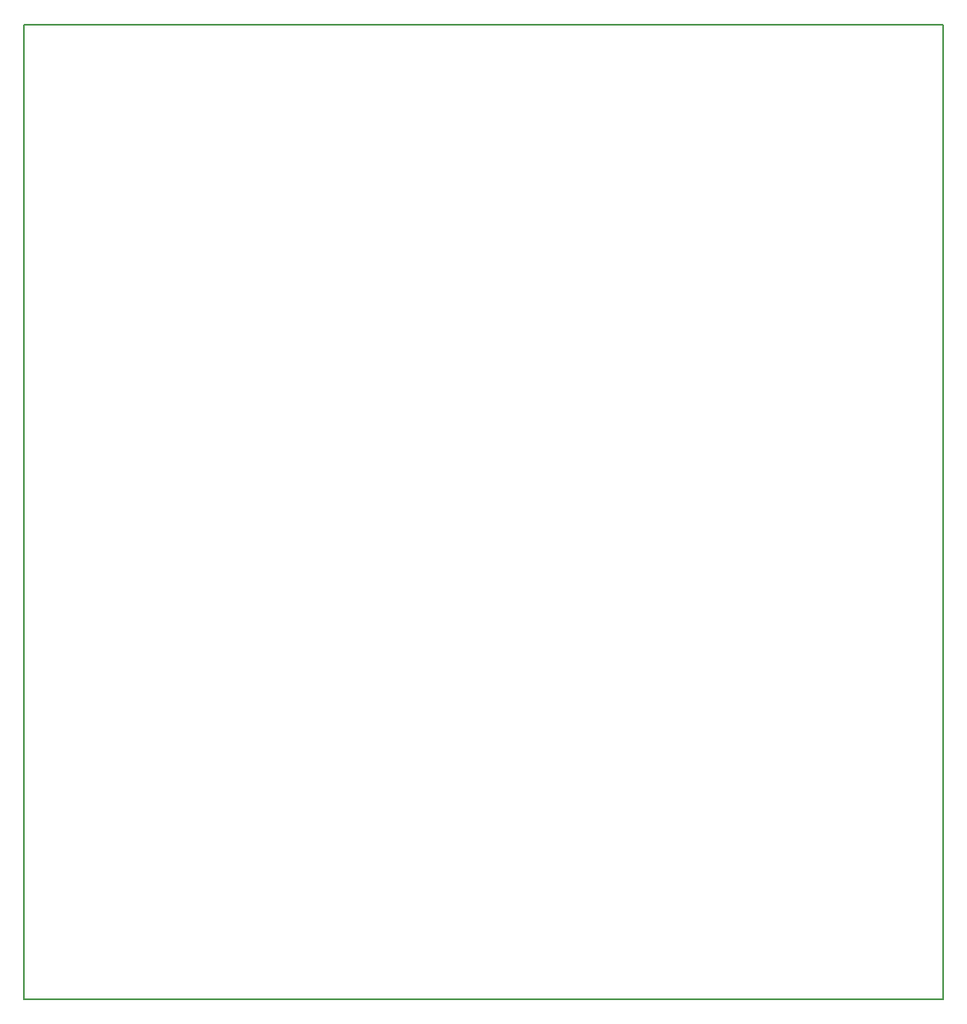
<source format=gbr>
G04 #@! TF.GenerationSoftware,KiCad,Pcbnew,5.0.2+dfsg1-1*
G04 #@! TF.CreationDate,2021-02-28T17:02:00+08:00*
G04 #@! TF.ProjectId,digital-amplifier2,64696769-7461-46c2-9d61-6d706c696669,rev?*
G04 #@! TF.SameCoordinates,Original*
G04 #@! TF.FileFunction,Profile,NP*
%FSLAX46Y46*%
G04 Gerber Fmt 4.6, Leading zero omitted, Abs format (unit mm)*
G04 Created by KiCad (PCBNEW 5.0.2+dfsg1-1) date 2021年02月28日 星期日 17时02分00秒*
%MOMM*%
%LPD*%
G01*
G04 APERTURE LIST*
%ADD10C,0.150000*%
G04 APERTURE END LIST*
D10*
X50000000Y-50000000D02*
X144500000Y-50000000D01*
X144500000Y-150000000D02*
X144500000Y-50000000D01*
X50000000Y-150000000D02*
X144500000Y-150000000D01*
X50000000Y-50000000D02*
X50000000Y-150000000D01*
M02*

</source>
